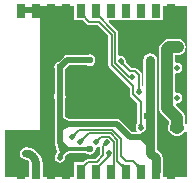
<source format=gbl>
G04*
G04 #@! TF.GenerationSoftware,Altium Limited,Altium Designer,20.0.1 (14)*
G04*
G04 Layer_Physical_Order=2*
G04 Layer_Color=16711680*
%FSLAX44Y44*%
%MOMM*%
G71*
G01*
G75*
%ADD12C,0.1800*%
%ADD20C,0.5000*%
%ADD34C,0.5000*%
%ADD36C,0.1600*%
%ADD37C,0.3000*%
%ADD41C,0.6000*%
%ADD42C,0.7000*%
%ADD43R,0.8000X1.2000*%
%ADD44C,1.0000*%
%ADD45C,0.8000*%
%ADD46R,3.5000X0.5000*%
G36*
X84351Y139171D02*
X83078Y137899D01*
X81424Y138311D01*
X83939Y140826D01*
X84351Y139171D01*
D02*
G37*
G36*
X71651D02*
X70378Y137899D01*
X68724Y138311D01*
X71239Y140826D01*
X71651Y139171D01*
D02*
G37*
G36*
X157497Y49167D02*
X156227Y48585D01*
X155859Y48903D01*
Y53608D01*
X155625Y55383D01*
X154940Y57037D01*
X153850Y58458D01*
X147955Y64353D01*
X147997Y65257D01*
X149000Y66266D01*
X150678Y66599D01*
X152100Y67550D01*
X153050Y68972D01*
X153384Y70650D01*
X153050Y72328D01*
X152100Y73750D01*
X150678Y74700D01*
X149000Y75034D01*
X148429Y74921D01*
X147159Y75963D01*
Y90737D01*
X148429Y91779D01*
X149000Y91666D01*
X150678Y92000D01*
X152100Y92950D01*
X153050Y94372D01*
X153384Y96050D01*
X153050Y97728D01*
X152100Y99150D01*
X150678Y100100D01*
X149000Y100434D01*
X148429Y100321D01*
X147159Y101363D01*
Y106891D01*
X149250D01*
X151025Y107125D01*
X152679Y107810D01*
X154100Y108900D01*
X155190Y110321D01*
X155875Y111975D01*
X156109Y113750D01*
X155875Y115525D01*
X155190Y117179D01*
X154100Y118600D01*
X152679Y119690D01*
X151025Y120375D01*
X149250Y120609D01*
X142250D01*
X140475Y120375D01*
X138821Y119690D01*
X137400Y118600D01*
X135450Y116650D01*
X134360Y115229D01*
X133675Y113575D01*
X133441Y111800D01*
Y62308D01*
X133675Y60533D01*
X134360Y58878D01*
X135450Y57458D01*
X142141Y50767D01*
Y48239D01*
X141229Y46873D01*
X140856Y45000D01*
X141229Y43127D01*
X142289Y41539D01*
X143877Y40479D01*
X143902Y40474D01*
X144150Y40150D01*
X145571Y39060D01*
X147225Y38375D01*
X149000Y38141D01*
X150775Y38375D01*
X152429Y39060D01*
X153850Y40150D01*
X154098Y40474D01*
X154123Y40479D01*
X155711Y41539D01*
X156227Y42312D01*
X157497Y41927D01*
Y4023D01*
X136600D01*
Y8429D01*
X136714Y9000D01*
Y19750D01*
X136714Y19750D01*
X136264Y22013D01*
X134982Y23932D01*
X134981Y23932D01*
X132164Y26749D01*
Y37250D01*
Y96000D01*
Y102500D01*
X131713Y104763D01*
X130432Y106682D01*
X128513Y107963D01*
X126250Y108414D01*
X123987Y107963D01*
X122068Y106682D01*
X120787Y104763D01*
X120336Y102500D01*
Y96000D01*
Y81185D01*
X119066Y80581D01*
X118901Y80716D01*
Y90250D01*
X118901Y90250D01*
X118699Y91264D01*
X118125Y92125D01*
X118124Y92125D01*
X115374Y94874D01*
X114515Y95449D01*
X113500Y95651D01*
X113500Y95651D01*
X110348D01*
X105699Y100300D01*
X105378Y101970D01*
X105384Y102000D01*
X105050Y103678D01*
X104100Y105100D01*
X102678Y106051D01*
X101000Y106384D01*
X100423Y106270D01*
X99153Y107312D01*
Y125850D01*
X98943Y126903D01*
X98347Y127797D01*
X98347Y127797D01*
X90866Y135277D01*
X91353Y136450D01*
X98500D01*
Y136450D01*
X99600D01*
Y136450D01*
X111200D01*
Y136450D01*
X112300D01*
Y136450D01*
X123900D01*
Y136450D01*
X125000D01*
Y136450D01*
X136600D01*
Y148517D01*
X157497D01*
Y49167D01*
D02*
G37*
G36*
X104009Y99373D02*
X102617Y98502D01*
X100322Y99594D01*
X103500Y102018D01*
X104009Y99373D01*
D02*
G37*
G36*
X61500Y136450D02*
X68602D01*
X69408Y136249D01*
X72696Y132961D01*
X73589Y132364D01*
X74642Y132155D01*
X81452D01*
X90647Y122960D01*
Y98600D01*
X90857Y97547D01*
X91453Y96653D01*
X108747Y79360D01*
Y73500D01*
X108957Y72446D01*
X109553Y71553D01*
X115147Y65960D01*
Y49639D01*
X114286Y47694D01*
X114282Y47675D01*
X113949Y47178D01*
X113616Y45500D01*
X113949Y43822D01*
X114563Y42904D01*
X113934Y41634D01*
X110816D01*
X100850Y51600D01*
X99428Y52551D01*
X97750Y52884D01*
X57335D01*
X53884Y54610D01*
Y69672D01*
X54022Y69877D01*
X54394Y71750D01*
X54022Y73623D01*
X54009Y73641D01*
Y94485D01*
X54117Y94647D01*
X57587Y98116D01*
X72672D01*
X72877Y97978D01*
X74750Y97606D01*
X76623Y97978D01*
X78211Y99039D01*
X79271Y100627D01*
X79644Y102500D01*
X79271Y104373D01*
X78211Y105961D01*
X76623Y107022D01*
X74750Y107394D01*
X72877Y107022D01*
X72672Y106884D01*
X55771D01*
X54093Y106551D01*
X52670Y105600D01*
X48457Y101387D01*
X47877Y101271D01*
X46289Y100211D01*
X45229Y98623D01*
X44856Y96750D01*
X45229Y94877D01*
X45241Y94859D01*
Y74015D01*
X44978Y73623D01*
X44606Y71750D01*
X44978Y69877D01*
X45116Y69672D01*
Y48500D01*
X45116Y48500D01*
X45116Y48500D01*
Y32000D01*
X45450Y30322D01*
X46400Y28900D01*
X46433Y28867D01*
X47440Y24840D01*
X47412Y24809D01*
X47121Y24517D01*
X46392Y23426D01*
X46296Y22944D01*
X45450Y21678D01*
X45116Y20000D01*
X45450Y18322D01*
X46400Y16900D01*
X47822Y15949D01*
X49500Y15616D01*
X51178Y15949D01*
X52600Y16900D01*
X53551Y18322D01*
X53884Y20000D01*
X53765Y20600D01*
X53959Y21628D01*
X54513Y22116D01*
X57984Y23554D01*
X60906Y23704D01*
X68344D01*
X70984Y23569D01*
X72611Y23073D01*
X73127Y22729D01*
X75000Y22356D01*
X76873Y22729D01*
X78461Y23789D01*
X79521Y25377D01*
X79894Y27250D01*
X79792Y27760D01*
X80844Y28984D01*
X81928Y29200D01*
X82579Y29635D01*
X83849Y28956D01*
Y23098D01*
X79652Y18901D01*
X73250D01*
X73250Y18901D01*
X72235Y18699D01*
X71375Y18125D01*
X71375Y18124D01*
X69459Y16208D01*
X68832Y16050D01*
X61500D01*
Y4023D01*
X35000D01*
Y14195D01*
X35005Y14219D01*
X35002Y14235D01*
X35004Y14251D01*
X35000Y14272D01*
Y16050D01*
X34518D01*
X34153Y18824D01*
X32792Y22108D01*
X30628Y24928D01*
X27808Y27092D01*
X24524Y28452D01*
X21000Y28916D01*
Y28904D01*
X18932Y28493D01*
X17179Y27321D01*
X16007Y25568D01*
X15596Y23500D01*
X16007Y21432D01*
X17179Y19679D01*
X18932Y18507D01*
X21000Y18096D01*
Y18096D01*
X22169Y17854D01*
X22999Y17299D01*
X23075Y17185D01*
X23400Y16050D01*
X23400Y16050D01*
Y14272D01*
X23396Y14251D01*
X23398Y14235D01*
X23395Y14219D01*
X23400Y14195D01*
Y4023D01*
X2753D01*
Y43250D01*
X32750D01*
Y148517D01*
X61500D01*
Y136450D01*
D02*
G37*
G36*
X109419Y86563D02*
X107995Y87600D01*
Y89400D01*
X109419Y90437D01*
Y86563D01*
D02*
G37*
G36*
X118249Y77001D02*
X114251D01*
X115450Y79369D01*
X117050D01*
X118249Y77001D01*
D02*
G37*
G36*
X57000Y51000D02*
Y46000D01*
X52000Y43500D01*
X52000Y43500D01*
X52000Y43500D01*
X47000Y48500D01*
X52000Y53500D01*
X52000Y53500D01*
X52000Y53500D01*
X57000Y51000D01*
D02*
G37*
G36*
X47000Y48500D02*
X47000D01*
Y48500D01*
X47000Y48500D01*
D02*
G37*
G36*
X119961Y47051D02*
X115964Y46951D01*
X117000Y49291D01*
X118800Y49369D01*
X119961Y47051D01*
D02*
G37*
G36*
X63129Y39247D02*
X62207Y36789D01*
X59508Y39738D01*
X62082Y40463D01*
X63129Y39247D01*
D02*
G37*
G36*
X83551Y35420D02*
X82725Y32898D01*
X79898Y35725D01*
X82420Y36551D01*
X83551Y35420D01*
D02*
G37*
G36*
X69801Y35170D02*
X68975Y32648D01*
X66148Y35475D01*
X68670Y36301D01*
X69801Y35170D01*
D02*
G37*
G36*
X130250Y37250D02*
X122250Y30750D01*
X117361Y34661D01*
X115127Y34750D01*
Y39750D01*
X117361Y39839D01*
X122250Y43750D01*
X130250Y37250D01*
D02*
G37*
G36*
X90070Y30816D02*
X87687Y29805D01*
X86384Y30766D01*
X87003Y33381D01*
X90070Y30816D01*
D02*
G37*
G36*
X73290Y24785D02*
X71303Y25390D01*
X67819Y25569D01*
Y28569D01*
X70916Y28728D01*
X73109Y29579D01*
X73290Y24785D01*
D02*
G37*
G36*
X91800Y21500D02*
X90200D01*
X89106Y22619D01*
X92894D01*
X91800Y21500D01*
D02*
G37*
G36*
X56197Y28839D02*
X54433Y28569D01*
X56198Y27106D01*
Y28838D01*
X61431Y28569D01*
Y25569D01*
X57574Y25371D01*
X53528Y23695D01*
X52273Y22588D01*
X51909Y20667D01*
X50657Y21162D01*
X50561Y21077D01*
X50357Y21281D01*
X48199Y22135D01*
X48720Y22918D01*
X48439Y23199D01*
X49454Y24349D01*
X48067Y29897D01*
X56197Y28839D01*
D02*
G37*
G36*
X33170Y14219D02*
X25231D01*
X25700Y15300D01*
X32700D01*
X33170Y14219D01*
D02*
G37*
G36*
X96670D02*
X93900Y14189D01*
X94700Y14699D01*
X96300D01*
X96670Y14219D01*
D02*
G37*
G36*
X84309Y13678D02*
X83939Y12207D01*
X81457Y14189D01*
X82928Y14559D01*
X84309Y13678D01*
D02*
G37*
G36*
X71609Y13478D02*
X71239Y12007D01*
X68957Y14189D01*
X70428Y14559D01*
X71609Y13478D01*
D02*
G37*
G36*
X116393Y14219D02*
X114130Y11957D01*
X113791Y13428D01*
X114922Y14559D01*
X116393Y14219D01*
D02*
G37*
G36*
X103693D02*
X101431Y11957D01*
X101091Y13428D01*
X102222Y14559D01*
X103693Y14219D01*
D02*
G37*
D12*
X117900Y45600D02*
X118000Y45500D01*
X117900Y45600D02*
Y67100D01*
X111500Y73500D02*
X117900Y67100D01*
X111500Y73500D02*
Y80500D01*
X93400Y98600D02*
X111500Y80500D01*
X93400Y98600D02*
Y124100D01*
X107995Y88500D02*
X111000D01*
X96400Y100095D02*
X107995Y88500D01*
X96400Y100095D02*
Y125850D01*
X82592Y134908D02*
X93400Y124100D01*
X74642Y134908D02*
X82592D01*
X67300Y142250D02*
X74642Y134908D01*
X67300Y142250D02*
Y144250D01*
X80000Y142250D02*
X96400Y125850D01*
X80000Y142250D02*
Y144250D01*
D20*
X82500Y68000D02*
D03*
X70000D02*
D03*
X95000D02*
D03*
Y57500D02*
D03*
X82250D02*
D03*
X70000D02*
D03*
X118000Y45500D02*
D03*
X66500Y33000D02*
D03*
X89500Y33250D02*
D03*
X80250D02*
D03*
X79500Y21500D02*
D03*
X91000Y24250D02*
D03*
X59750Y37250D02*
D03*
X49500Y20000D02*
D03*
X65000Y114000D02*
D03*
X100250Y133750D02*
D03*
X35000Y144750D02*
D03*
X88000Y114750D02*
D03*
X35000Y117000D02*
D03*
Y131000D02*
D03*
Y99000D02*
D03*
Y85000D02*
D03*
Y70000D02*
D03*
Y56750D02*
D03*
X13250Y23500D02*
D03*
X149000Y19850D02*
D03*
Y96050D02*
D03*
Y70650D02*
D03*
X116250Y75500D02*
D03*
X48250Y144500D02*
D03*
X12750Y15250D02*
D03*
X20000D02*
D03*
X6750Y7250D02*
D03*
X101000Y102000D02*
D03*
X102250Y110250D02*
D03*
X82500Y78500D02*
D03*
X95000D02*
D03*
X70000D02*
D03*
X153000Y31000D02*
D03*
Y8000D02*
D03*
X143000Y133000D02*
D03*
X117000Y131000D02*
D03*
X111000D02*
D03*
X105000D02*
D03*
X154000Y133000D02*
D03*
X151000Y144000D02*
D03*
X7000Y40000D02*
D03*
Y14000D02*
D03*
Y33000D02*
D03*
X15750Y31750D02*
D03*
X23000Y32000D02*
D03*
X35000Y35000D02*
D03*
X41000Y34000D02*
D03*
X30000Y31000D02*
D03*
X38000Y41000D02*
D03*
X108000Y104000D02*
D03*
X111000Y88500D02*
D03*
D34*
X49500Y96500D02*
X49625Y96375D01*
X49500Y48500D02*
X97750D01*
X49500D02*
X49500D01*
Y71750D01*
Y32000D02*
Y48500D01*
X49500Y71750D02*
X49500Y71750D01*
X97750Y48500D02*
X109000Y37250D01*
X126250D01*
X49500Y32000D02*
X54431Y27069D01*
X74819D02*
X75000Y27250D01*
X49500Y71750D02*
X49625Y71875D01*
Y96375D01*
X49750Y96750D02*
X50021D01*
X55771Y102500D01*
X49500Y96500D02*
X49750Y96750D01*
X55771Y102500D02*
X74750D01*
D36*
X113500Y93000D02*
X116250Y90250D01*
X109250Y93000D02*
X113500D01*
X101000Y101250D02*
X109250Y93000D01*
X116250Y75500D02*
Y90250D01*
X95500Y10219D02*
Y33614D01*
X91364Y37750D02*
X95500Y33614D01*
X98300Y17350D02*
Y34774D01*
X92524Y40550D02*
X98300Y34774D01*
X101250Y21250D02*
Y35784D01*
X93684Y43350D02*
X101250Y35784D01*
X66100Y43350D02*
X93684D01*
X74050Y40550D02*
X92524D01*
X84750Y37750D02*
X91364D01*
X80250Y33250D02*
X84750Y37750D01*
X66500Y33000D02*
X74050Y40550D01*
X60000Y37250D02*
X66100Y43350D01*
X89500Y32750D02*
Y33250D01*
X86500Y29750D02*
X89500Y32750D01*
X86500Y22000D02*
Y29750D01*
X80750Y16250D02*
X86500Y22000D01*
X91000Y21500D02*
Y24250D01*
X80000Y10500D02*
X91000Y21500D01*
X80000Y8250D02*
Y10500D01*
X73250Y16250D02*
X80750D01*
X67300Y10300D02*
X73250Y16250D01*
X67300Y8250D02*
Y10300D01*
X98300Y17350D02*
X104025Y11625D01*
X94000Y8719D02*
X95500Y10219D01*
X101250Y21250D02*
X105500Y17000D01*
X111350D01*
X118100Y10250D01*
Y8250D02*
Y10250D01*
X59750Y37250D02*
X60000D01*
X101000Y102000D02*
Y103500D01*
Y101250D02*
Y102000D01*
X104025Y11625D02*
X105375D01*
D37*
X49500Y22138D02*
X54431Y27069D01*
X49500Y20000D02*
Y22138D01*
X54431Y27069D02*
X74819D01*
D41*
X145750Y45000D02*
D03*
X126250Y96000D02*
D03*
X75000Y27250D02*
D03*
X126250Y102500D02*
D03*
X49500Y71750D02*
D03*
X49750Y96750D02*
D03*
X74750Y102500D02*
D03*
X152250Y45000D02*
D03*
X123000Y55000D02*
D03*
X149250Y113750D02*
D03*
X142250D02*
D03*
X21000Y23500D02*
D03*
D42*
X29200Y15300D02*
G03*
X21000Y23500I-8200J0D01*
G01*
X29200Y8250D02*
Y15300D01*
D43*
X143500Y8250D02*
D03*
X130800D02*
D03*
X143500Y144250D02*
D03*
X130800D02*
D03*
X105400Y8250D02*
D03*
X118100D02*
D03*
X16500D02*
D03*
X29200D02*
D03*
X41900D02*
D03*
X54600D02*
D03*
X67300D02*
D03*
X80000D02*
D03*
X92700D02*
D03*
X118100Y144250D02*
D03*
X105400D02*
D03*
X92700D02*
D03*
X80000D02*
D03*
X67300D02*
D03*
X54600D02*
D03*
X41900D02*
D03*
X29200D02*
D03*
X16500D02*
D03*
D44*
X149000Y45000D02*
Y53608D01*
X140300Y62308D02*
X149000Y53608D01*
X140300Y62308D02*
Y111800D01*
X142250Y113750D01*
X149250D01*
D45*
X126250Y37250D02*
Y96000D01*
Y102500D01*
X130800Y9000D02*
Y19750D01*
X126250Y24300D02*
Y37250D01*
Y24300D02*
X130800Y19750D01*
D46*
X35000Y145000D02*
D03*
M02*

</source>
